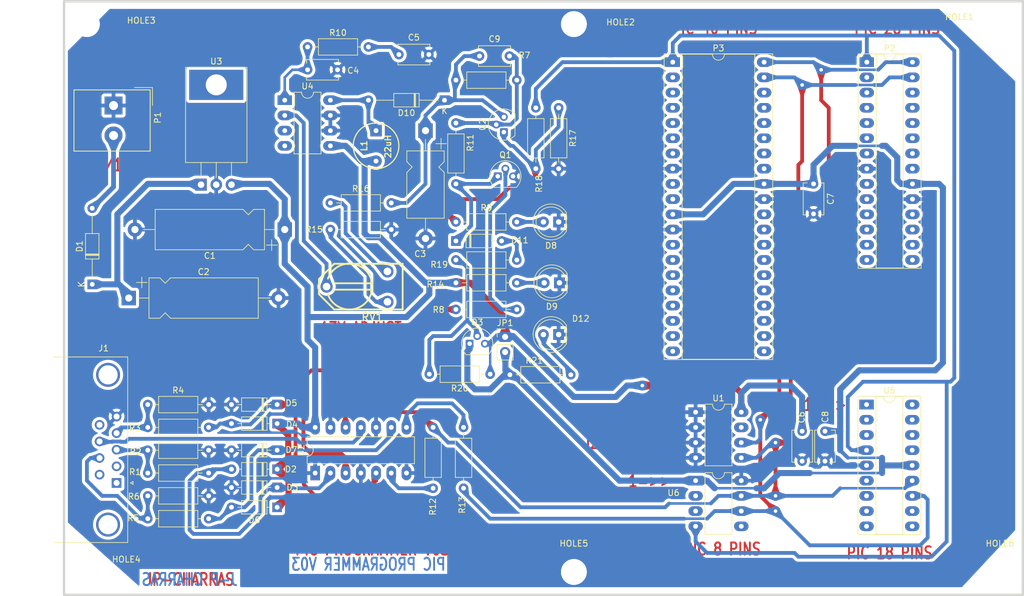
<source format=kicad_pcb>
(kicad_pcb (version 20241229) (generator "pcbnew") (generator_version "9.0")
  (title_block (title "SERIAL PIC PROGRAMMER"))
  (layers (0 "F.Cu" signal "top_copper") (2 "B.Cu" signal "bottom_copper") (13 "F.Paste" user) (15 "B.Paste" user) (5 "F.SilkS" user "F.Silkscreen") (7 "B.SilkS" user "B.Silkscreen") (1 "F.Mask" user) (3 "B.Mask" user) (25 "Edge.Cuts" user))
  (net 0 "")
  (net 1 "Net-(D1-K)")
  (net 2 "Net-(U4-Vc)")
  (net 3 "GND")
  (net 4 "VCC")
  (net 5 "VPP")
  (net 6 "VCC_PIC")
  (net 7 "Net-(Q2-B)")
  (net 8 "/pic_programmer/PC-CLOCK-OUT")
  (net 9 "VPP-MCLR")
  (net 10 "CLOCK-RB6")
  (net 11 "DATA-RB7")
  (net 12 "Net-(D1-A)")
  (net 13 "Net-(D2-A)")
  (net 14 "Net-(C5-Pad1)")
  (net 15 "Net-(D4-A)")
  (net 16 "Net-(D6-A)")
  (net 17 "Net-(D8-A)")
  (net 18 "Net-(D9-A)")
  (net 19 "Net-(D10-A)")
  (net 20 "Net-(D11-K)")
  (net 21 "Net-(D11-A)")
  (net 22 "Net-(D12-A)")
  (net 25 "Net-(R8-Pad1)")
  (net 26 "Net-(R12-Pad1)")
  (net 27 "Net-(R13-Pad1)")
  (net 28 "Net-(R15-Pad1)")
  (net 29 "Net-(R16-Pad1)")
  (net 30 "Net-(Q1-B)")
  (net 31 "Net-(Q2-C)")
  (net 32 "/pic_programmer/VPP_ON")
  (net 33 "/pic_programmer/PC-DATA-OUT")
  (net 34 "/pic_programmer/PC-DATA-IN")
  (net 37 "Net-(Q3-B)")
  (net 38 "Net-(U4-FB+)")
  (footprint "pic_programmer_fp:DIP-40_W15.24mm_Socket_LongPads" (layer "F.Cu") (at 175.26 50.8)
    (property "Reference" "P3")
    (property "Value" "SUPP40")
  )
  (footprint "pic_programmer_fp:MountingHole_4.3mm_M4_DIN965" (layer "F.Cu") (at 229.87 44.45)
    (property "Reference" "HOLE1")
    (property "Value" "P***")
  )
  (footprint "pic_programmer_fp:MountingHole_4.3mm_M4_DIN965" (layer "F.Cu") (at 229.87 135.89)
    (property "Reference" "HOLE6")
    (property "Value" "P***")
  )
  (footprint "pic_programmer_fp:MountingHole_4.3mm_M4_DIN965" (layer "F.Cu") (at 77.47 44.45)
    (property "Reference" "HOLE3")
    (property "Value" "P***")
  )
  (footprint "pic_programmer_fp:MountingHole_4.3mm_M4_DIN965" (layer "F.Cu") (at 77.47 135.89)
    (property "Reference" "HOLE4")
    (property "Value" "P***")
  )
  (footprint "pic_programmer_fp:MountingHole_4.3mm_M4_DIN965" (layer "F.Cu") (at 158.75 135.89)
    (property "Reference" "HOLE5")
    (property "Value" "P***")
  )
  (footprint "pic_programmer_fp:MountingHole_4.3mm_M4_DIN965" (layer "F.Cu") (at 158.75 44.45)
    (property "Reference" "HOLE2")
    (property "Value" "P***")
  )
  (footprint "pic_programmer_fp:DIP-28_W7.62mm_Socket_LongPads" (layer "F.Cu") (at 207.645 50.8)
    (property "Reference" "P2")
    (property "Value" "SUPP28")
  )
  (footprint "pic_programmer_fp:CP_Axial_L18.0mm_D6.5mm_P25.00mm_Horizontal" (layer "F.Cu") (at 110.49 78.74 180)
    (property "Reference" "C1")
    (property "Value" "100uF")
  )
  (footprint "pic_programmer_fp:CP_Axial_L18.0mm_D6.5mm_P25.00mm_Horizontal" (layer "F.Cu") (at 84.455 90.17)
    (property "Reference" "C2")
    (property "Value" "220uF")
  )
  (footprint "pic_programmer_fp:CP_Axial_L11.0mm_D6.0mm_P18.00mm_Horizontal" (layer "F.Cu") (at 133.985 62.23 -90)
    (property "Reference" "C3")
    (property "Value" "22uF/25V")
  )
  (footprint "pic_programmer_fp:C_Disc_D5.1mm_W3.2mm_P5.00mm" (layer "F.Cu") (at 114.3 52.07)
    (property "Reference" "C4")
    (property "Value" "0")
  )
  (footprint "pic_programmer_fp:C_Disc_D5.1mm_W3.2mm_P5.00mm" (layer "F.Cu") (at 129.54 49.53)
    (property "Reference" "C5")
    (property "Value" "10nF")
  )
  (footprint "pic_programmer_fp:C_Disc_D5.1mm_W3.2mm_P5.00mm" (layer "F.Cu") (at 196.85 112.395 -90)
    (property "Reference" "C6")
    (property "Value" "100nF")
  )
  (footprint "pic_programmer_fp:C_Disc_D5.1mm_W3.2mm_P5.00mm" (layer "F.Cu") (at 198.755 71.12 -90)
    (property "Reference" "C7")
    (property "Value" "100nF")
  )
  (footprint "pic_programmer_fp:C_Disc_D5.1mm_W3.2mm_P5.00mm" (layer "F.Cu") (at 200.66 112.395 -90)
    (property "Reference" "C8")
    (property "Value" "100nF")
  )
  (footprint "pic_programmer_fp:C_Disc_D5.1mm_W3.2mm_P5.00mm" (layer "F.Cu") (at 143.002 49.784)
    (property "Reference" "C9")
    (property "Value" "22OnF")
  )
  (footprint "pic_programmer_fp:D_DO-35_SOD27_P12.70mm_Horizontal" (layer "F.Cu") (at 78.359 87.884 90)
    (property "Reference" "D1")
    (property "Value" "1N4004")
  )
  (footprint "pic_programmer_fp:D_DO-35_SOD27_P7.62mm_Horizontal" (layer "F.Cu") (at 109.22 118.745 180)
    (property "Reference" "D2")
    (property "Value" "BAT43")
  )
  (footprint "pic_programmer_fp:D_DO-35_SOD27_P7.62mm_Horizontal" (layer "F.Cu") (at 109.22 121.793 180)
    (property "Reference" "D3")
    (property "Value" "BAT43")
  )
  (footprint "pic_programmer_fp:D_DO-35_SOD27_P7.62mm_Horizontal" (layer "F.Cu") (at 109.22 111.125 180)
    (property "Reference" "D4")
    (property "Value" "BAT43")
  )
  (footprint "pic_programmer_fp:D_DO-35_SOD27_P7.62mm_Horizontal" (layer "F.Cu") (at 109.22 107.95 180)
    (property "Reference" "D5")
    (property "Value" "BAT43")
  )
  (footprint "pic_programmer_fp:D_DO-35_SOD27_P7.62mm_Horizontal" (layer "F.Cu") (at 109.22 125.095 180)
    (property "Reference" "D6")
    (property "Value" "BAT43")
  )
  (footprint "pic_programmer_fp:D_DO-35_SOD27_P7.62mm_Horizontal" (layer "F.Cu") (at 109.22 115.57 180)
    (property "Reference" "D7")
    (property "Value" "BAT43")
  )
  (footprint "pic_programmer_fp:LED_D5.0mm" (layer "F.Cu") (at 156.21 77.47 180)
    (property "Reference" "D8")
    (property "Value" "RED-LED")
  )
  (footprint "pic_programmer_fp:LED_D5.0mm" (layer "F.Cu") (at 156.337 87.63 180)
    (property "Reference" "D9")
    (property "Value" "GREEN-LED")
  )
  (footprint "pic_programmer_fp:D_DO-35_SOD27_P12.70mm_Horizontal" (layer "F.Cu") (at 137.16 57.15 180)
    (property "Reference" "D10")
    (property "Value" "SCHOTTKY")
  )
  (footprint "pic_programmer_fp:D_DO-35_SOD27_P7.62mm_Horizontal" (layer "F.Cu") (at 139.065 80.645)
    (property "Reference" "D11")
    (property "Value" "BAT43")
  )
  (footprint "pic_programmer_fp:LED_D5.0mm" (layer "F.Cu") (at 156.21 96.266 180)
    (property "Reference" "D12")
    (property "Value" "YELLOW-LED")
  )
  (footprint "pic_programmer_fp:DSUB-9_Female_Horizontal_P2.77x2.84mm_EdgePinOffset7.70mm_Housed_MountingHolesOffset9.12mm" (layer "F.Cu") (at 82.423 121.031 -90)
    (property "Reference" "J1")
    (property "Value" "DB9-FEMAL")
  )
  (footprint "pic_programmer_fp:PinHeader_1x02_P2.54mm_Vertical" (layer "F.Cu") (at 147.275 96.65)
    (property "Reference" "JP1")
    (property "Value" "JUMPER")
  )
  (footprint "pic_programmer_fp:INDUCTOR_V" (layer "F.Cu") (at 125.73 64.77 -90)
    (property "Reference" "L1")
    (property "Value" "22uH")
  )
  (footprint "pic_programmer_fp:Altech_AK300_1x02_P5.00mm_45-Degree" (layer "F.Cu") (at 81.915 58.039 -90)
    (property "Reference" "P1")
    (property "Value" "CONN_2")
  )
  (footprint "pic_programmer_fp:TO-92" (layer "F.Cu") (at 146.05 69.85)
    (property "Reference" "Q1")
    (property "Value" "BC237")
  )
  (footprint "pic_programmer_fp:TO-92" (layer "F.Cu") (at 147.066 62.484 90)
    (property "Reference" "Q2")
    (property "Value" "BC307")
  )
  (footprint "pic_programmer_fp:TO-92" (layer "F.Cu") (at 141.351 97.79)
    (property "Reference" "Q3")
    (property "Value" "BC307")
  )
  (footprint "pic_programmer_fp:R_Axial_DIN0207_L6.3mm_D2.5mm_P10.16mm_Horizontal" (layer "F.Cu") (at 87.63 115.57)
    (property "Reference" "R2")
    (property "Value" "10K")
  )
  (footprint "pic_programmer_fp:R_Axial_DIN0207_L6.3mm_D2.5mm_P10.16mm_Horizontal" (layer "F.Cu") (at 87.63 111.76)
    (property "Reference" "R3")
    (property "Value" "10K")
  )
  (footprint "pic_programmer_fp:R_Axial_DIN0207_L6.3mm_D2.5mm_P10.16mm_Horizontal" (layer "F.Cu") (at 87.63 107.95)
    (property "Reference" "R4")
    (property "Value" "10K")
  )
  (footprint "pic_programmer_fp:R_Axial_DIN0207_L6.3mm_D2.5mm_P10.16mm_Horizontal" (layer "F.Cu") (at 87.63 127)
    (property "Reference" "R5")
    (property "Value" "10K")
  )
  (footprint "pic_programmer_fp:R_Axial_DIN0207_L6.3mm_D2.5mm_P10.16mm_Horizontal" (layer "F.Cu") (at 87.63 123.19)
    (property "Reference" "R6")
    (property "Value" "10K")
  )
  (footprint "pic_programmer_fp:R_Axial_DIN0207_L6.3mm_D2.5mm_P10.16mm_Horizontal" (layer "F.Cu") (at 139.065 53.7972)
    (property "Reference" "R7")
    (property "Value" "10K")
  )
  (footprint "pic_programmer_fp:R_Axial_DIN0207_L6.3mm_D2.5mm_P10.16mm_Horizontal" (layer "F.Cu") (at 139.065 92.075)
    (property "Reference" "R8")
    (property "Value" "1K")
  )
  (footprint "pic_programmer_fp:R_Axial_DIN0207_L6.3mm_D2.5mm_P10.16mm_Horizontal" (layer "F.Cu") (at 139.065 77.47)
    (property "Reference" "R9")
    (property "Value" "2.2K")
  )
  (footprint "pic_programmer_fp:R_Axial_DIN0207_L6.3mm_D2.5mm_P10.16mm_Horizontal" (layer "F.Cu") (at 114.3 48.26)
    (property "Reference" "R10")
    (property "Value" "5.1K")
  )
  (footprint "pic_programmer_fp:R_Axial_DIN0207_L6.3mm_D2.5mm_P10.16mm_Horizontal" (layer "F.Cu") (at 139.065 71.12 90)
    (property "Reference" "R11")
    (property "Value" "22K")
  )
  (footprint "pic_programmer_fp:R_Axial_DIN0207_L6.3mm_D2.5mm_P10.16mm_Horizontal" (layer "F.Cu") (at 135.255 121.92 90)
    (property "Reference" "R12")
    (property "Value" "470")
  )
  (footprint "pic_programmer_fp:R_Axial_DIN0207_L6.3mm_D2.5mm_P10.16mm_Horizontal" (layer "F.Cu") (at 140.335 111.76 -90)
    (property "Reference" "R13")
    (property "Value" "470")
  )
  (footprint "pic_programmer_fp:R_Axial_DIN0207_L6.3mm_D2.5mm_P10.16mm_Horizontal" (layer "F.Cu") (at 139.065 87.63)
    (property "Reference" "R14")
    (property "Value" "470")
  )
  (footprint "pic_programmer_fp:R_Axial_DIN0207_L6.3mm_D2.5mm_P10.16mm_Horizontal" (layer "F.Cu") (at 118.11 78.74)
    (property "Reference" "R15")
    (property "Value" "6.2K")
  )
  (footprint "pic_programmer_fp:R_Axial_DIN0207_L6.3mm_D2.5mm_P10.16mm_Horizontal" (layer "F.Cu") (at 156.21 58.42 -90)
    (property "Reference" "R17")
    (property "Value" "22K")
  )
  (footprint "pic_programmer_fp:R_Axial_DIN0207_L6.3mm_D2.5mm_P10.16mm_Horizontal" (layer "F.Cu") (at 152.4 68.58 90)
    (property "Reference" "R18")
    (property "Value" "220")
  )
  (footprint "pic_programmer_fp:R_Axial_DIN0207_L6.3mm_D2.5mm_P10.16mm_Horizontal" (layer "F.Cu") (at 149.225 83.82 180)
    (property "Reference" "R19")
    (property "Value" "2.2K")
  )
  (footprint "pic_programmer_fp:R_Axial_DIN0207_L6.3mm_D2.5mm_P10.16mm_Horizontal" (layer "F.Cu") (at 148.075 102.975)
    (property "Reference" "R21")
    (property "Value" "470")
  )
  (footprint "pic_programmer_fp:RV2X4" (layer "F.Cu") (at 127.635 90.805 180)
    (property "Reference" "RV1")
    (property "Value" "1K")
  )
  (footprint "pic_programmer_fp:DIP-8_W7.62mm_LongPads" (layer "F.Cu") (at 179.07 109.22)
    (property "Reference" "U1")
    (property "Value" "24Cxx")
  )
  (footprint "pic_programmer_fp:DIP-14_W7.62mm_LongPads" (layer "F.Cu") (at 115.57 119.38 90)
    (property "Reference" "U2")
    (property "Value" "74HC125")
  )
  (footprint "pic_programmer_fp:TO-220-3_Horizontal_TabDown" (layer "F.Cu") (at 96.52 71.247)
    (property "Reference" "U3")
    (property "Value" "7805")
  )
  (footprint "pic_programmer_fp:DIP-8_W7.62mm_LongPads" (layer "F.Cu") (at 110.49 57.15)
    (property "Reference" "U4")
    (property "Value" "LT1373")
  )
  (footprint "pic_programmer_fp:DIP-18_W7.62mm_Socket_LongPads" (layer "F.Cu") (at 207.6 107.95)
    (property "Reference" "U5")
    (property "Value" "PIC_18_PINS")
  )
  (footprint "pic_programmer_fp:DIP-8_W7.62mm_LongPads" (layer "F.Cu") (at 179.07 120.65)
    (property "Reference" "U6")
    (property "Value" "PIC_8_PINS")
  )
  (footprint "pic_programmer_fp:R_Axial_DIN0207_L6.3mm_D2.5mm_P10.16mm_Horizontal" (layer "F.Cu") (at 87.63 119.38)
    (property "Reference" "R1")
    (property "Value" "10K")
  )
  (footprint "pic_programmer_fp:R_Axial_DIN0207_L6.3mm_D2.5mm_P10.16mm_Horizontal" (layer "F.Cu") (at 144.775 102.875 180)
    (property "Reference" "R20")
    (property "Value" "2.2K")
  )
  (footprint "pic_programmer_fp:R_Axial_DIN0207_L6.3mm_D2.5mm_P10.16mm_Horizontal" (layer "F.Cu") (at 118.11 74.295)
    (property "Reference" "R16")
    (property "Value" "62K")
  )
  (gr_line (start 173.99 40.64) (end 233.68 40.64) (stroke (width 0.381)) (layer "Edge.Cuts"))
  (gr_line (start 233.68 139.7) (end 73.66 139.7) (stroke (width 0.381)) (layer "Edge.Cuts"))
  (gr_line (start 73.66 40.64) (end 173.99 40.64) (stroke (width 0.381)) (layer "Edge.Cuts"))
  (gr_line (start 73.66 139.7) (end 73.66 40.64) (stroke (width 0.381)) (layer "Edge.Cuts"))
  (gr_line (start 233.68 40.64) (end 233.68 139.7) (stroke (width 0.381)) (layer "Edge.Cuts"))
  (gr_text "PIC 28 PINS" (at 212.725 45.085 0) (layer "F.Cu") (effects (font (size 2.032 1.524) (thickness 0.3048))))
  (gr_text "PIC 8 PINS" (at 183.515 132.08 0) (layer "F.Cu") (effects (font (size 2.032 1.524) (thickness 0.3048))))
  (gr_text "VCC ON" (at 163.322 96.901 0) (layer "F.Cu") (effects (font (size 2.032 1.524) (thickness 0.3048))))
  (gr_text "PIC PROGRAMMER V03" (at 125.095 132.08 0) (layer "F.Cu") (effects (font (size 2.032 1.524) (thickness 0.3048))))
  (gr_text "1=>>" (at 167.64 48.895 0) (layer "F.Cu") (effects (font (size 2.032 1.524) (thickness 0.3048))))
  (gr_text "PIC 40 PINS" (at 182.245 45.085 0) (layer "F.Cu") (effects (font (size 2.032 1.524) (thickness 0.3048))))
  (gr_text "1=>>" (at 171.45 109.22 0) (layer "F.Cu") (effects (font (size 2.032 1.524) (thickness 0.3048))))
  (gr_text "VPP ON" (at 163.449 76.835 0) (layer "F.Cu") (effects (font (size 2.032 1.524) (thickness 0.3048))))
  (gr_text "1=>>" (at 201.295 48.895 0) (layer "F.Cu") (effects (font (size 2.032 1.524) (thickness 0.3048))))
  (gr_text "JP-CHARRAS" (at 94.615 137.16 0) (layer "F.Cu") (effects (font (size 2.032 1.524) (thickness 0.3048))))
  (gr_text "I2C PROM" (at 166.37 114.3 0) (layer "F.Cu") (effects (font (size 2.032 1.524) (thickness 0.3048))))
  (gr_text "+8/12V" (at 81.534 67.945 0) (layer "F.Cu") (effects (font (size 2.032 1.524) (thickness 0.3048))))
  (gr_text "PIC 18 PINS" (at 211.455 132.715 0) (layer "F.Cu") (effects (font (size 2.032 1.524) (thickness 0.3048))))
  (gr_text "PWR ON" (at 163.449 88.011 0) (layer "F.Cu") (effects (font (size 2.032 1.524) (thickness 0.3048))))
  (gr_text "13V ADJUST" (at 123.19 95.25 0) (layer "F.Cu") (effects (font (size 2.032 1.524) (thickness 0.3048))))
  (gr_text "1=>>" (at 171.45 120.65 0) (layer "F.Cu") (effects (font (size 2.032 1.524) (thickness 0.3048))))
  (gr_text "1=>>" (at 200.66 107.95 0) (layer "F.Cu") (effects (font (size 2.032 1.524) (thickness 0.3048))))
  (gr_text "PIC PROGRAMMER V03" (at 124.46 134.62 0) (layer "B.Cu") (effects (font (size 2.032 1.524) (thickness 0.3048)) (justify mirror)))
  (gr_text "J-P CHARRAS" (at 94.615 137.16 0) (layer "B.Cu") (effects (font (size 2.032 1.524) (thickness 0.3048)) (justify mirror)))
  (segment (start 82.55 76.2) (end 87.63 71.12) (width 1.016) (layer "B.Cu") (net 1))
  (segment (start 82.296 87.884) (end 78.359 87.884) (width 1.016) (layer "B.Cu") (net 1))
  (segment (start 82.55 87.63) (end 82.55 76.2) (width 1.016) (layer "B.Cu") (net 1))
  (segment (start 84.455 89.535) (end 82.55 87.63) (width 1.016) (layer "B.Cu") (net 1))
  (segment (start 87.63 71.12) (end 96.52 71.12) (width 1.016) (layer "B.Cu") (net 1))
  (segment (start 82.55 87.63) (end 82.296 87.884) (width 1.016) (layer "B.Cu") (net 1))
  (segment (start 84.455 90.17) (end 84.455 89.535) (width 1.016) (layer "B.Cu") (net 1))
  (segment (start 114.3 48.26) (end 114.3 52.07) (width 0.635) (layer "B.Cu") (net 2))
  (segment (start 110.49 57.15) (end 110.49 53.34) (width 0.4318) (layer "B.Cu") (net 2))
  (segment (start 111.76 52.07) (end 114.3 52.07) (width 0.4318) (layer "B.Cu") (net 2))
  (segment (start 110.49 53.34) (end 111.76 52.07) (width 0.4318) (layer "B.Cu") (net 2))
  (segment (start 111.0742 116.8908) (end 109.22 118.745) (width 1.016) (layer "F.Cu") (net 4))
  (segment (start 139.065 87.63) (end 141.478 87.63) (width 1.016) (layer "F.Cu") (net 4))
  (segment (start 141.478 87.63) (end 147.32 93.472) (width 1.016) (layer "F.Cu") (net 4))
  (segment (start 111.125 120.65) (end 111.125 123.19) (width 1.016) (layer "F.Cu") (net 4))
  (segment (start 185.42 104.775) (end 186.69 106.045) (width 1.016) (layer "F.Cu") (net 4))
  (segment (start 147.32 93.472) (end 147.32 96.52) (width 1.016) (layer "F.Cu") (net 4))
  (segment (start 111.0742 113.0808) (end 111.0742 116.8908) (width 1.016) (layer "F.Cu") (net 4))
  (segment (start 110.49 112.395) (end 110.49 112.4966) (width 1.016) (layer "F.Cu") (net 4))
  (segment (start 110.49 112.4966) (end 111.0742 113.0808) (width 1.016) (layer "F.Cu") (net 4))
  (segment (start 109.22 118.745) (end 111.125 120.65) (width 1.016) (layer "F.Cu") (net 4))
  (segment (start 186.69 106.045) (end 186.69 109.22) (width 1.016) (layer "F.Cu") (net 4))
  (segment (start 111.125 123.19) (end 109.855 124.46) (width 1.016) (layer "F.Cu") (net 4))
  (segment (start 170.18 104.775) (end 185.42 104.775) (width 1.016) (layer "F.Cu") (net 4))
  (segment (start 109.22 111.125) (end 110.49 112.395) (width 1.016) (layer "F.Cu") (net 4))
  (via (at 170.18 104.775) (size 1.651) (drill 0.6) (layers "F.Cu" "B.Cu") (net 4))
  (segment (start 123.19 67.31) (end 120.65 64.77) (width 1.016) (layer "B.Cu") (net 4))
  (segment (start 101.6 71.12) (end 107.95 71.12) (width 1.016) (layer "B.Cu") (net 4))
  (segment (start 134.62 89.535) (end 134.62 87.63) (width 1.016) (layer "B.Cu") (net 4))
  (segment (start 123.825 67.31) (end 123.19 67.31) (width 1.016) (layer "B.Cu") (net 4))
  (segment (start 147.32 96.52) (end 146.05 96.52) (width 1.016) (layer "B.Cu") (net 4))
  (segment (start 158.75 106.68) (end 165.735 106.68) (width 1.016) (layer "B.Cu") (net 4))
  (segment (start 126.365 80.01) (end 124.46 80.01) (width 1.016) (layer "B.Cu") (net 4))
  (segment (start 118.11 64.77) (end 120.65 64.77) (width 1.016) (layer "B.Cu") (net 4))
  (segment (start 114.3 93.345) (end 114.3 97.155) (width 1.016) (layer "B.Cu") (net 4))
  (segment (start 114.3 93.345) (end 130.81 93.345) (width 1.016) (layer "B.Cu") (net 4))
  (segment (start 114.3 97.155) (end 115.57 98.425) (width 1.016) (layer "B.Cu") (net 4))
  (segment (start 186.69 106.045) (end 187.96 104.775) (width 1.016) (layer "B.Cu") (net 4))
  (segment (start 115.57 98.425) (end 115.57 111.76) (width 1.016) (layer "B.Cu") (net 4))
  (segment (start 130.81 93.345) (end 134.62 89.535) (width 1.016) (layer "B.Cu") (net 4))
  (segment (start 165.735 106.68) (end 167.64 104.775) (width 1.016) (layer "B.Cu") (net 4))
  (segment (start 148.59 96.52) (end 158.75 106.68) (width 1.016) (layer "B.Cu") (net 4))
  (segment (start 124.46 80.01) (end 123.825 79.375) (width 1.016) (layer "B.Cu") (net 4))
  (segment (start 113.3856 111.76) (end 115.57 111.76) (width 1.016) (layer "B.Cu") (net 4))
  (segment (start 196.85 112.395) (end 196.85 106.68) (width 1.016) (layer "B.Cu") (net 4))
  (segment (start 134.62 87.63) (end 133.985 87.63) (width 1.016) (layer "B.Cu") (net 4))
  (segment (start 146.05 96.52) (end 144.78 97.79) (width 1.016) (layer "B.Cu") (net 4))
  (segment (start 144.78 97.79) (end 143.891 97.79) (width 1.016) (layer "B.Cu") (net 4))
  (segment (start 109.22 111.125) (end 112.7506 111.125) (width 1.016) (layer "B.Cu") (net 4))
  (segment (start 125.73 67.31) (end 123.825 67.31) (width 1.016) (layer "B.Cu") (net 4))
  (segment (start 167.64 104.775) (end 170.18 104.775) (width 1.016) (layer "B.Cu") (net 4))
  (segment (start 144.775 102.875) (end 144.78 102.87) (width 0.4) (layer "B.Cu") (net 4))
  (segment (start 139.065 87.63) (end 134.62 87.63) (width 1.016) (layer "B.Cu") (net 4))
  (segment (start 114.3 88.265) (end 114.3 93.345) (width 1.016) (layer "B.Cu") (net 4))
  (segment (start 110.49 73.66) (end 107.95 71.12) (width 1.016) (layer "B.Cu") (net 4))
  (segment (start 196.85 106.68) (end 194.945 104.775) (width 1.016) (layer "B.Cu") (net 4))
  (segment (start 144.78 102.87) (end 144.78 97.79) (width 0.4) (layer "B.Cu") (net 4))
  (segment (start 147.32 96.52) (end 148.59 96.52) (width 1.016) (layer "B.Cu") (net 4))
  (segment (start 186.69 109.22) (end 186.69 106.045) (width 1.016) (layer "B.Cu") (net 4))
  (segment (start 112.7506 111.125) (end 113.3856 111.76) (width 1.016) (layer "B.Cu") (net 4))
  (segment (start 133.985 87.63) (end 126.365 80.01) (width 1.016) (layer "B.Cu") (net 4))
  (segment (start 187.96 104.775) (end 194.945 104.775) (width 1.016) (layer "B.Cu") (net 4))
  (segment (start 123.825 79.375) (end 123.825 67.31) (width 1.016) (layer "B.Cu") (net 4))
  (segment (start 110.49 78.74) (end 110.49 73.66) (width 1.016) (layer "B.Cu") (net 4))
  (segment (start 110.49 84.455) (end 114.3 88.265) (width 1.016) (layer "B.Cu") (net 4))
  (segment (start 110.49 78.74) (end 110.49 84.455) (width 1.016) (layer "B.Cu") (net 4))
  (segment (start 138.8872 53.975) (end 139.065 53.7972) (width 0.635) (layer "B.Cu") (net 5))
  (segment (start 138.8872 57.15) (end 138.8872 53.975) (width 0.635) (layer "B.Cu") (net 5))
  (segment (start 137.16 57.15) (end 138.8872 57.15) (width 0.635) (layer "B.Cu") (net 5))
  (segment (start 130.81 74.295) (end 128.27 74.295) (width 0.635) (layer "B.Cu") (net 5))
  (segment (start 133.985 62.23) (end 133.985 71.12) (width 0.635) (layer "B.Cu") (net 5))
  (segment (start 138.8872 57.15) (end 143.51 57.15) (width 0.635) (layer "B.Cu") (net 5))
  (segment (start 133.985 62.23) (end 133.985 59.69) (width 0.635) (layer "B.Cu") (net 5))
  (segment (start 136.525 57.15) (end 137.16 57.15) (width 0.635) (layer "B.Cu") (net 5))
  (segment (start 133.985 71.12) (end 130.81 74.295) (width 0.635) (layer "B.Cu") (net 5))
  (segment (start 139.065 51.181) (end 140.462 49.784) (width 0.635) (layer "B.Cu") (net 5))
  (segment (start 139.065 53.7972) (end 139.065 51.181) (width 0.635) (layer "B.Cu") (net 5))
  (segment (start 143.51 57.15) (end 147.066 59.944) (width 0.635) (layer "B.Cu") (net 5))
  (segment (start 136.525 57.15) (end 133.985 59.69) (width 0.635) (layer "B.Cu") (net 5))
  (segment (start 140.462 49.784) (end 143.002 49.784) (width 0.635) (layer "B.Cu") (net 5))
  (segment (start 190.5 121.92) (end 193.04 119.38) (width 1.016) (layer "B.Cu") (net 6))
  (segment (start 204.47 116.84) (end 210.185 116.84) (width 0.4318) (layer "B.Cu") (net 6))
  (segment (start 179.07 120.65) (end 166.37 120.65) (width 1.016) (layer "B.Cu") (net 6))
  (segment (start 219.075 102.235) (end 220.345 100.965) (width 1.016) (layer "B.Cu") (net 6))
  (segment (start 147.32 102.22) (end 148.075 102.975) (width 1.016) (layer "B.Cu") (net 6))
  (segment (start 175.26 76.2) (end 180.34 76.2) (width 1.016) (layer "B.Cu") (net 6))
  (segment (start 140.97 104.14) (end 140.97 99.06) (width 1.016) (layer "B.Cu") (net 6))
  (segment (start 148.075 102.975) (end 147.215 102.975) (width 1.016) (layer "B.Cu") (net 6))
  (segment (start 166.37 120.65) (end 148.695 102.975) (width 1.016) (layer "B.Cu") (net 6))
  (segment (start 185.42 71.12) (end 190.5 71.12) (width 1.016) (layer "B.Cu") (net 6))
  (segment (start 210.185 119.38) (end 210.185 118.11) (width 1.016) (layer "B.Cu") (net 6))
  (segment (start 198.12 119.38) (end 210.185 119.38) (width 0.4318) (layer "B.Cu") (net 6))
  (segment (start 203.2 105.41) (end 203.2 112.395) (width 1.016) (layer "B.Cu") (net 6))
  (segment (start 140.97 99.06) (end 141.351 98.679) (width 1.016) (layer "B.Cu") (net 6))
  (segment (start 201.93 64.77) (end 205.74 64.77) (width 1.016) (layer "B.Cu") (net 6))
  (segment (start 179.07 120.65) (end 180.975 120.65) (width 1.016) (layer "B.Cu") (net 6))
  (segment (start 220.345 100.965) (end 220.345 71.755) (width 1.016) (layer "B.Cu") (net 6))
  (segment (start 212.725 70.485) (end 213.36 71.12) (width 1.016) (layer "B.Cu") (net 6))
  (segment (start 213.36 71.12) (end 215.265 71.12) (width 1.016) (layer "B.Cu") (net 6))
  (segment (start 189.23 121.92) (end 190.5 121.92) (width 1.016) (layer "B.Cu") (net 6))
  (segment (start 219.71 71.12) (end 215.265 71.12) (width 1.016) (layer "B.Cu") (net 6))
  (segment (start 203.2 112.395) (end 203.2 115.57) (width 1.016) (layer "B.Cu") (net 6))
  (segment (start 203.2 105.41) (end 206.375 102.235) (width 1.016) (layer "B.Cu") (net 6))
  (segment (start 142.24 105.41) (end 140.97 104.14) (width 1.016) (layer "B.Cu") (net 6))
  (segment (start 210.185 118.11) (end 210.185 116.84) (width 1.016) (layer "B.Cu") (net 6))
  (segment (start 141.351 98.679) (end 141.351 97.79) (width 1.016) (layer "B.Cu") (net 6))
  (segment (start 147.32 99.06) (end 147.32 102.22) (width 1.016) (layer "B.Cu") (net 6))
  (segment (start 200.66 112.395) (end 203.2 112.395) (width 1.016) (layer "B.Cu") (net 6))
  (segment (start 210.185 64.77) (end 210.82 64.77) (width 1.016) (layer "B.Cu") (net 6))
  (segment (start 210.82 64.77) (end 212.725 66.675) (width 1.016) (layer "B.Cu") (net 6))
  (segment (start 190.5 71.12) (end 198.755 71.12) (width 1.016) (layer "B.Cu") (net 6))
  (segment (start 198.755 71.12) (end 198.755 67.945) (width 1.016) (layer "B.Cu") (net 6))
  (segment (start 206.375 102.235) (end 219.075 102.235) (width 1.016) (layer "B.Cu") (net 6))
  (segment (start 198.755 67.945) (end 201.93 64.77) (width 1.016) (layer "B.Cu") (net 6))
  (segment (start 144.78 105.41) (end 142.24 105.41) (width 1.016) (layer "B.Cu") (net 6))
  (segment (start 147.215 102.975) (end 144.78 105.41) (width 1.016) (layer "B.Cu") (net 6))
  (segment (start 205.74 64.77) (end 210.185 64.77) (width 0.4318) (layer "B.Cu") (net 6))
  (segment (start 182.245 121.92) (end 189.23 121.92) (width 0.4318) (layer "B.Cu") (net 6))
  (segment (start 193.04 119.38) (end 198.12 119.38) (width 1.016) (layer "B.Cu") (net 6))
  (segment (start 203.2 115.57) (end 204.47 116.84) (width 0.635) (layer "B.Cu") (net 6))
  (segment (start 212.725 66.675) (end 212.725 70.485) (width 1.016) (layer "B.Cu") (net 6))
  (segment (start 220.345 71.755) (end 219.71 71.12) (width 1.016) (layer "B.Cu") (net 6))
  (segment (start 148.695 102.975) (end 148.075 102.975) (width 1.016) (layer "B.Cu") (net 6))
  (segment (start 210.185 118.11) (end 215.265 118.11) (width 1.016) (layer "B.Cu") (net 6))
  (segment (start 180.975 120.65) (end 182.245 121.92) (width 1.016) (layer "B.Cu") (net 6))
  (segment (start 180.34 76.2) (end 185.42 71.12) (width 1.016) (layer "B.Cu") (net 6))
  (segment (start 145.542 60.96) (end 145.796 61.214) (width 0.635) (layer "B.Cu") (net 7))
  (segment (start 149.225 60.198) (end 148.209 61.214) (width 0.635) (layer "B.Cu") (net 7))
  (segment (start 149.225 50.165) (end 149.225 60.198) (width 0.635) (layer "B.Cu") (net 7))
  (segment (start 139.065 60.96) (end 145.542 60.96) (width 0.635) (layer "B.Cu") (net 7))
  (segment (start 148.082 49.784) (end 148.844 49.784) (width 0.635) (layer "B.Cu") (net 7))
  (segment (start 148.209 61.214) (end 145.796 61.214) (width 0.635) (layer "B.Cu") (net 7))
  (segment (start 148.844 49.784) (end 149.225 50.165) (width 0.635) (layer "B.Cu") (net 7))
  (segment (start 82.55 123.19) (end 80.01 123.19) (width 0.635) (layer "B.Cu") (net 8))
  (segment (start 80.01 123.19) (end 77.47 120.65) (width 0.635) (layer "B.Cu") (net 8))
  (segment (start 77.47 117.475) (end 78.105 116.84) (width 0.635) (layer "B.Cu") (net 8))
  (segment (start 87.63 127) (end 87.63 123.19) (width 0.635) (layer "B.Cu") (net 8))
  (segment (start 78.105 116.84) (end 80.01 116.84) (width 0.635) (layer "B.Cu") (net 8))
  (segment (start 77.47 120.65) (end 77.47 117.475) (width 0.635) (layer "B.Cu") (net 8))
  (segment (start 87.63 127) (end 86.36 127) (width 0.635) (layer "B.Cu") (net 8))
  (segment (start 86.36 127) (end 82.55 123.19) (width 0.635) (layer "B.Cu") (net 8))
  (segment (start 218.44 133.35) (end 220.98 130.81) (width 0.635) (layer "B.Cu") (net 9))
  (segment (start 207.645 46.355) (end 176.53 46.355) (width 0.635) (layer "B.Cu") (net 9))
  (segment (start 222.25 48.895) (end 219.71 46.355) (width 0.635) (layer "B.Cu") (net 9))
  (segment (start 221.615 104.14) (end 220.98 104.14) (width 0.635) (layer "B.Cu") (net 9))
  (segment (start 207.645 50.8) (end 207.645 46.355) (width 0.635) (layer "B.Cu") (net 9))
  (segment (start 205.105 115.57) (end 204.47 114.935) (width 0.635) (layer "B.Cu") (net 9))
  (segment (start 207.645 115.57) (end 205.105 115.57) (width 0.635) (layer "B.Cu") (net 9))
  (segment (start 156.845 50.8) (end 152.4 55.245) (width 0.635) (layer "B.Cu") (net 9))
  (segment (start 179.07 130.81) (end 179.07 128.27) (width 0.635) (layer "B.Cu") (net 9))
  (segment (start 221.615 104.14) (end 222.25 103.505) (width 0.635) (layer "B.Cu") (net 9))
  (segment (start 222.25 48.895) (end 222.25 103.505) (width 0.635) (layer "B.Cu") (net 9))
  (segment (start 175.26 47.625) (end 176.53 46.355) (width 0.635) (layer "B.Cu") (net 9))
  (segment (start 175.26 50.8) (end 175.26 47.625) (width 0.635) (layer "B.Cu") (net 9))
  (segment (start 220.98 130.81) (end 220.98 104.14) (width 0.635) (layer "B.Cu") (net 9))
  (segment (start 195.58 132.715) (end 196.215 133.35) (width 0.635) (layer "B.Cu") (net 9))
  (segment (start 152.4 55.245) (end 152.4 58.42) (width 0.635) (layer "B.Cu") (net 9))
  (segment (start 179.07 130.81) (end 180.975 132.715) (width 0.635) (layer "B.Cu") (net 9))
  (segment (start 156.845 50.8) (end 175.26 50.8) (width 0.635) (layer "B.Cu") (net 9))
  (segment (start 204.47 114.935) (end 204.47 106.68) (width 0.635) (layer "B.Cu") (net 9))
  (segment (start 219.71 46.355) (end 207.645 46.355) (width 0.635) (layer "B.Cu") (net 9))
  (segment (start 204.47 106.68) (end 207.01 104.14) (width 0.635) (layer "B.Cu") (net 9))
  (segment (start 196.215 133.35) (end 218.44 133.35) (width 0.635) (layer "B.Cu") (net 9))
  (segment (start 195.58 132.715) (end 180.975 132.715) (width 0.635) (layer "B.Cu") (net 9))
  (segment (start 207.01 104.14) (end 220.98 104.14) (width 0.635) (layer "B.Cu") (net 9))
  (segment (start 196.215 67.945) (end 196.85 67.31) (width 0.635) (layer "F.Cu") (net 10))
  (segment (start 189.865 123.19) (end 192.405 125.73) (width 0.635) (layer "F.Cu") (net 10))
  (segment (start 189.865 110.49) (end 189.865 123.19) (width 0.635) (layer "F.Cu") (net 10))
  (segment (start 196.85 67.31) (end 196.85 54.61) (width 0.635) (layer "F.Cu") (net 10))
  (segment (start 193.04 107.315) (end 193.04 75.565) (width 0.635) (layer "F.Cu") (net 10))
  (segment (start 196.215 72.39) (end 196.215 67.945) (width 0.635) (layer "F.Cu") (net 10))
  (segment (start 193.04 107.315) (end 189.865 110.49) (width 0.635) (layer "F.Cu") (net 10))
  (segment (start 193.04 75.565) (end 196.215 72.39) (width 0.635) (layer "F.Cu") (net 10))
  (via (at 189.865 110.49) (size 1.651) (drill 0.6) (layers "F.Cu" "B.Cu") (net 10))
  (via (at 192.405 125.73) (size 1.651) (drill 0.6) (layers "F.Cu" "B.Cu") (net 10))
  (via (at 196.85 54.61) (size 1.651) (drill 0.6) (layers "F.Cu" "B.Cu") (net 10))
  (segment (start 190.5 53.34) (end 195.58 53.34) (width 0.635) (layer "B.Cu") (net 10))
  (segment (start 217.17 123.19) (end 215.265 123.19) (width 0.635) (layer "B.Cu") (net 10))
  (segment (start 144.78 127) (end 177.165 127) (width 0.635) (layer "B.Cu") (net 10))
  (segment (start 177.165 127) (end 180.975 127) (width 0.4318) (layer "B.Cu") (net 10))
  (segment (start 182.245 125.73) (end 180.975 127) (width 0.635) (layer "B.Cu") (net 10))
  (segment (start 216.535 131.445) (end 217.805 130.175) (width 0.635) (layer "B.Cu") (net 10))
  (segment (start 182.245 125.73) (end 186.69 125.73) (width 0.635) (layer "B.Cu") (net 10))
  (segment (start 189.865 113.665) (end 189.23 114.3) (width 0.635) (layer "B.Cu") (net 10))
  (segment (start 211.455 53.34) (end 210.185 54.61) (width 0.635) (layer "B.Cu") (net 10))
  (segment (start 198.12 131.445) (end 216.535 131.445) (width 0.635) (layer "B.Cu") (net 10))
  (segment (start 205.74 54.61) (end 208.915 54.61) (width 0.4318) (layer "B.Cu") (net 10))
  (segment (start 196.85 54.61) (end 205.74 54.61) (width 0.635) (layer "B.Cu") (net 10))
  (segment (start 217.805 130.175) (end 217.805 123.825) (width 0.635) (layer "B.Cu") (net 10))
  (segment (start 210.185 54.61) (end 208.915 54.61) (width 0.635) (layer "B.Cu") (net 10))
  (segment (start 189.23 114.3) (end 186.69 114.3) (width 0.635) (layer "B.Cu") (net 10))
  (segment (start 211.455 53.34) (end 215.265 53.34) (width 0.635) (layer "B.Cu") (net 10))
  (segment (start 189.865 110.49) (end 189.865 113.665) (width 0.635) (layer "B.Cu") (net 10))
  (segment (start 140.335 122.555) (end 144.78 127) (width 0.635) (layer "B.Cu") (net 10))
  (segment (start 192.405 125.73) (end 198.12 131.445) (width 0.635) (layer "B.Cu") (net 10))
  (segment (start 195.58 53.34) (end 196.85 54.61) (width 0.635) (layer "B.Cu") (net 10))
  (segment (start 140.335 121.92) (end 140.335 122.555) (width 0.635) (layer "B.Cu") (net 10))
  (segment (start 186.69 125.73) (end 192.405 125.73) (width 0.635) (layer "B.Cu") (net 10))
  (segment (start 217.805 123.825) (end 217.17 123.19) (width 0.635) (layer "B.Cu") (net 10))
  (segment (start 120.65 109.855) (end 121.285 109.22) (width 0.635) (layer "F.Cu") (net 11))
  (segment (start 120.65 111.76) (end 120.65 109.855) (width 0.635) (layer "F.Cu") (net 11))
  (segment (start 201.295 85.09) (end 194.945 91.44) (width 0.635) (layer "F.Cu") (net 11))
  (segment (start 121.285 109.22) (end 132.715 109.22) (width 0.635) (layer "F.Cu") (net 11))
  (segment (start 192.405 114.3) (end 192.405 123.19) (width 0.635) (layer "F.Cu") (net 11))
  (segment (start 194.31 114.3) (end 192.405 114.3) (width 0.635) (layer "F.Cu") (net 11))
  (segment (start 194.945 113.665) (end 194.31 114.3) (width 0.635) (layer "F.Cu") (net 11))
  (segment (start 200.025 57.15) (end 200.025 52.07) (width 0.635) (layer "F.Cu") (net 11))
  (segment (start 200.025 57.15) (end 201.295 58.42) (width 0.635) (layer "F.Cu") (net 11))
  (segment (start 194.945 91.44) (end 194.945 113.665) (width 0.635) (layer "F.Cu") (net 11))
  (segment (start 201.295 58.42) (end 201.295 85.09) (width 0.635) (layer "F.Cu") (net 11))
  (segment (start 132.715 109.22) (end 135.255 111.76) (width 0.635) (layer "F.Cu") (net 11))
  (via (at 192.405 114.3) (size 1.651) (drill 0.6) (layers "F.Cu" "B.Cu") (net 11))
  (via (at 192.405 123.19) (size 1.651) (drill 0.6) (layers "F.Cu" "B.Cu") (net 11))
  (via (at 200.025 52.07) (size 1.651) (drill 0.6) (layers "F.Cu" "B.Cu") (net 11))
  (segment (start 135.255 111.76) (end 137.795 114.3) (width 0.635) (layer "B.Cu") (net 11))
  (segment (start 181.61 124.46) (end 182.88 123.19) (width 0.635) (layer "B.Cu") (net 11))
  (segment (start 189.23 116.84) (end 186.69 116.84) (width 0.635) (layer "B.Cu") (net 11))
  (segment (start 182.88 123.19) (end 186.69 123.19) (width 0.635) (layer "B.Cu") (net 11))
  (segment (start 209.55 52.07) (end 210.82 50.8) (width 0.635) (layer "B.Cu") (net 11))
  (segment (start 215.265 50.8) (end 210.82 50.8) (width 0.635) (layer "B.Cu") (net 11))
  (segment (start 149.86 125.095) (end 173.99 125.095) (width 0.635) (layer "B.Cu") (net 11))
  (segment (start 198.755 50.8) (end 200.025 52.07) (width 0.635) (layer "B.Cu") (net 11))
  (segment (start 192.405 114.3) (end 191.77 114.3) (width 0.635) (layer "B.Cu") (net 11))
  (segment (start 200.025 52.07) (end 205.74 52.07) (width 0.635) (layer "B.Cu") (net 11))
  (segment (start 173.99 125.095) (end 174.625 124.46) (width 0.635) (layer "B.Cu") (net 11))
  (segment (start 201.93 123.19) (end 203.2 121.92) (width 0.635) (layer "B.Cu") (net 11))
  (segment (start 190.5 50.8) (end 198.755 50.8) (width 0.635) (layer "B.Cu") (net 11))
  (segment (start 139.065 114.3) (end 149.86 125.095) (width 0.635) (layer "B.Cu") (net 11))
  (segment (start 186.69 123.19) (end 192.405 123.19) (width 0.635) (layer "B.Cu") (net 11))
  (segment (start 203.2 121.92) (end 213.995 121.92) (width 0.4318) (layer "B.Cu") (net 11))
  (segment (start 191.77 114.3) (end 189.23 116.84) (width 0.635) (layer "B.Cu") (net 11))
  (segment (start 174.625 124.46) (end 181.61 124.46) (width 0.4318) (layer "B.Cu") (net 11))
  (segment (start 137.795 114.3) (end 139.065 114.3) (width 0.635) (layer "B.Cu") (net 11))
  (segment (start 192.405 123.19) (end 201.93 123.19) (width 0.635) (layer "B.Cu") (net 11))
  (segment (start 205.74 52.07) (end 209.55 52.07) (width 0.4318) (layer "B.Cu") (net 11))
  (segment (start 213.995 121.92) (end 215.265 120.65) (width 0.635) (layer "B.Cu") (net 11))
  (segment (start 78.359 75.184) (end 81.915 71.628) (width 0.8) (layer "B.Cu") (net 12))
  (segment (start 81.915 71.628) (end 81.915 63.039) (width 0.8) (layer "B.Cu") (net 12))
  (segment (start 109.22 121.92) (end 116.205 121.92) (width 0.635) (layer "B.Cu") (net 13))
  (segment (start 95.25 129.54) (end 102.87 129.54) (width 0.635) (layer "B.Cu") (net 13))
  (segment (start 97.79 119.38) (end 98.425 118.745) (width 0.635) (layer "B.Cu") (net 13))
  (segment (start 94.615 120.65) (end 94.615 128.905) (width 0.635) (layer "B.Cu") (net 13))
  (segment (start 94.615 128.905) (end 95.25 129.54) (width 0.635) (layer "B.Cu") (net 13))
  (segment (start 106.426 125.984) (end 106.426 123.3932) (width 0.635) (layer "B.Cu") (net 13))
  (segment (start 98.425 118.745) (end 101.6 118.745) (width 0.635) (layer "B.Cu") (net 13))
  (segment (start 118.11 120.015) (end 118.11 119.38) (width 0.635) (layer "B.Cu") (net 13))
  (segment (start 95.885 119.38) (end 94.615 120.65) (width 0.635) (layer "B.Cu") (net 13))
  (segment (start 97.79 119.38) (end 95.885 119.38) (width 0.635) (layer "B.Cu") (net 13))
  (segment (start 107.8992 121.92) (end 109.22 121.92) (width 0.635) (layer "B.Cu") (net 13))
  (segment (start 116.205 121.92) (end 118.11 120.015) (width 0.635) (layer "B.Cu") (net 13))
  (segment (start 102.87 129.54) (end 106.426 125.984) (width 0.635) (layer "B.Cu") (net 13))
  (segment (start 106.426 123.3932) (end 107.8992 121.92) (width 0.635) (layer "B.Cu") (net 13))
  (segment (start 128.27 48.26) (end 129.54 49.53) (width 0.635) (layer "B.Cu") (net 14))
  (segment (start 124.46 48.26) (end 128.27 48.26) (width 0.635) (layer "B.Cu") (net 14))
  (segment (start 112.2934 117.3734) (end 113.665 118.745) (width 0.635) (layer "F.Cu") (net 15))
  (segment (start 125.73 120.65) (end 125.73 119.38) (width 0.635) (layer "F.Cu") (net 15))
  (segment (start 109.22 107.95) (end 111.125 107.95) (width 0.635) (layer "F.Cu") (net 15))
  (segment (start 111.125 107.95) (end 112.2934 109.1184) (width 0.635) (layer "F.Cu") (net 15))
  (segment (start 123.19 123.19) (end 125.73 120.65) (width 0.635) (layer "F.Cu") (net 15))
  (segment (start 112.2934 109.1184) (end 112.2934 117.3734) (width 0.635) (layer "F.Cu") (net 15))
  (segment (start 115.57 123.19) (end 123.19 123.19) (width 0.635) (layer "F.Cu") (net 15))
  (segment (start 113.665 118.745) (end 113.665 121.285) (width 0.635) (layer "F.Cu") (net 15))
  (segment (start 113.665 121.285) (end 115.57 123.19) (width 0.635) (layer "F.Cu") (net 15))
  (segment (start 107.95 107.95) (end 109.22 107.95) (width 0.635) (layer "B.Cu") (net 15))
  (segment (start 106.807 109.093) (end 107.95 107.95) (width 0.635) (layer "B.Cu") (net 15))
  (segment (start 106.807 109.22) (end 104.775 111.252) (width 0.635) (layer "B.Cu") (net 15))
  (segment (start 106.807 109.22) (end 106.807 109.093) (width 0.635) (layer "B.Cu") (net 15))
  (segment (start 104.775 111.252) (end 101.727 111.252) (width 0.635) (layer "B.Cu") (net 15))
  (segment (start 99.695 111.125) (end 101.6 111.125) (width 0.635) (layer "B.Cu") (net 15))
  (segment (start 97.79 111.76) (end 99.06 111.76) (width 0.635) (layer "B.Cu") (net 15))
  (segment (start 101.727 111.252) (end 101.6 111.125) (width 0.635) (layer "B.Cu") (net 15))
  (segment (start 99.06 111.76) (end 99.695 111.125) (width 0.635) (layer "B.Cu") (net 15))
  (segment (start 109.22 115.57) (end 125.73 115.57) (width 0.635) (layer "B.Cu") (net 16))
  (segment (start 103.8098 125.095) (end 101.6 125.095) (width 0.635) (layer "B.Cu") (net 16))
  (segment (start 99.695 127) (end 101.6 125.095) (width 0.635) (layer "B.Cu") (net 16))
  (segment (start 106.045 115.57) (end 104.9274 116.6876) (width 0.635) (layer "B.Cu") (net 16))
  (segment (start 99.695 127) (end 97.79 127) (width 0.635) (layer "B.Cu") (net 16))
  (segment (start 128.27 111.76) (end 128.27 113.03) (width 0.635) (layer "B.Cu") (net 16))
  (segment (start 104.9274 123.9774) (end 103.8098 125.095) (width 0.635) (layer "B.Cu") (net 16))
  (segment (start 128.27 113.03) (end 125.73 115.57) (width 0.635) (layer "B.Cu") (net 16))
  (segment (start 104.9274 116.6876) (end 104.9274 123.9774) (width 0.635) (layer "B.Cu") (net 16))
  (segment (start 109.22 115.57) (end 106.045 115.57) (width 0.635) (layer "B.Cu") (net 16))
  (segment (start 153.67 77.47) (end 149.225 77.47) (width 0.635) (layer "B.Cu") (net 17))
  (segment (start 153.67 87.63) (end 149.225 87.63) (width 0.635) (layer "B.Cu") (net 18))
  (segment (start 118.11 57.15) (end 124.46 57.15) (width 0.635) (layer "B.Cu") (net 19))
  (segment (start 124.46 57.15) (end 124.46 60.96) (width 0.635) (layer "B.Cu") (net 19))
  (segment (start 124.46 60.96) (end 125.73 62.23) (width 0.635) (layer "B.Cu") (net 19))
  (segment (start 141.605 73.66) (end 141.605 78.105) (width 0.635) (layer "B.Cu") (net 20))
  (segment (start 144.78 71.12) (end 139.065 71.12) (width 0.635) (layer "B.Cu") (net 20))
  (segment (start 139.065 71.12) (end 141.605 73.66) (width 0.635) (layer "B.Cu") (net 20))
  (segment (start 144.78 71.12) (end 146.05 69.85) (width 0.635) (layer "B.Cu") (net 20))
  (segment (start 141.605 78.105) (end 139.065 80.645) (width 0.635) (layer "B.Cu") (net 20))
  (segment (start 149.225 81.28) (end 149.225 83.82) (width 0.635) (layer "B.Cu") (net 21))
  (segment (start 148.59 80.645) (end 149.225 81.28) (width 0.635) (layer "B.Cu") (net 21))
  (segment (start 146.685 80.645) (end 148.59 80.645) (width 0.635) (layer "B.Cu") (net 21))
  (segment (start 153.67 97.79) (end 158.235 102.355) (width 0.635) (layer "B.Cu") (net 22))
  (segment (start 153.67 96.266) (end 153.67 97.79) (width 0.635) (layer "B.Cu") (net 22))
  (segment (start 158.235 102.355) (end 158.235 102.975) (width 0.635) (layer "B.Cu") (net 22))
  (segment (start 113.6142 103.5558) (end 113.6142 114.8842) (width 0.635) (layer "F.Cu") (net 25))
  (segment (start 114.935 102.235) (end 113.6142 103.5558) (width 0.635) (layer "F.Cu") (net 25))
  (segment (start 120.015 116.205) (end 120.65 116.84) (width 0.635) (layer "F.Cu") (net 25))
  (segment (start 135.89 92.075) (end 125.73 102.235) (width 0.635) (layer "F.Cu") (net 25))
  (segment (start 114.935 116.205) (end 120.015 116.205) (width 0.635) (layer "F.Cu") (net 25))
  (segment (start 113.6142 114.8842) (end 114.935 116.205) (width 0.635) (layer "F.Cu") (net 25))
  (segment (start 125.73 102.235) (end 114.935 102.235) (width 0.635) (layer "F.Cu") (net 25))
  (segment (start 120.65 116.84) (end 120.65 119.38) (width 0.635) (layer "F.Cu") (net 25))
  (segment (start 139.065 92.075) (end 135.89 92.075) (width 0.635) (layer "F.Cu") (net 25))
  (segment (start 128.27 120.65) (end 129.54 121.92) (width 0.635) (layer "B.Cu") (net 26))
  (segment (start 129.54 121.92) (end 135.255 121.92) (width 0.635) (layer "B.Cu") (net 26))
  (segment (start 128.27 119.38) (end 128.27 120.65) (width 0.635) (layer "B.Cu") (net 26))
  (segment (start 132.6896 107.7468) (end 138.4046 107.7468) (width 0.635) (layer "B.Cu") (net 27))
  (segment (start 138.4046 107.7468) (end 140.335 109.6772) (width 0.635) (layer "B.Cu") (net 27))
  (segment (start 130.81 109.6264) (end 132.6896 107.7468) (width 0.635) (layer "B.Cu") (net 27))
  (segment (start 140.335 109.6772) (end 140.335 111.76) (width 0.635) (layer "B.Cu") (net 27))
  (segment (start 130.81 111.76) (end 130.81 109.6264) (width 0.635) (layer "B.Cu") (net 27))
  (segment (start 118.11 80.01) (end 124.46 86.36) (width 0.635) (layer "B.Cu") (net 28))
  (segment (start 125.73 90.805) (end 127.635 90.805) (width 0.635) (layer "B.Cu") (net 28))
  (segment (start 124.46 89.535) (end 125.73 90.805) (width 0.635) (layer "B.Cu") (net 28))
  (segment (start 124.46 86.36) (end 124.46 89.535) (width 0.635) (layer "B.Cu") (net 28))
  (segment (start 118.11 78.74) (end 118.11 80.01) (width 0.635) (layer "B.Cu") (net 28))
  (segment (start 127.635 85.725) (end 127 85.725) (width 0.635) (layer "B.Cu") (net 29))
  (segment (start 120.015 74.295) (end 118.11 74.295) (width 0.635) (layer "B.Cu") (net 29))
  (segment (start 120.65 74.93) (end 120.015 74.295) (width 0.635) (layer "B.Cu") (net 29))
  (segment (start 120.65 79.375) (end 120.65 74.93) (width 0.635) (layer "B.Cu") (net 29))
  (segment (start 127 85.725) (end 120.65 79.375) (width 0.635) (layer "B.Cu") (net 29))
  (segment (start 144.78 90.17) (end 146.685 92.075) (width 0.635) (layer "B.Cu") (net 30))
  (segment (start 146.685 92.075) (end 149.225 92.075) (width 0.635) (layer "B.Cu") (net 30))
  (segment (start 147.32 68.58) (end 147.32 73.025) (width 0.635) (layer "B.Cu") (net 30))
  (segment (start 144.78 75.565) (end 144.78 90.17) (width 0.635) (layer "B.Cu") (net 30))
  (segment (start 147.32 73.025) (end 144.78 75.565) (width 0.635) (layer "B.Cu") (net 30))
  (segment (start 137.795 76.2) (end 139.065 77.47) (width 0.635) (layer "F.Cu") (net 31))
  (segment (start 137.795 74.93) (end 137.795 76.2) (width 0.635) (layer "F.Cu") (net 31))
  (segment (start 146.05 73.66) (end 147.955 71.755) (width 0.635) (layer "F.Cu") (net 31))
  (segment (start 152.4 68.58) (end 152.4 69.85) (width 0.635) (layer "F.Cu") (net 31))
  (segment (start 137.795 74.93) (end 139.065 73.66) (width 0.635) (layer "F.Cu") (net 31))
  (segment (start 147.955 71.755) (end 150.495 71.755) (width 0.635) (layer "F.Cu") (net 31))
  (segment (start 150.495 71.755) (end 152.4 69.85) (width 0.635) (layer "F.Cu") (net 31))
  (segment (start 139.065 73.66) (end 146.05 73.66) (width 0.635) (layer "F.Cu") (net 31))
  (segment (start 156.21 61.595) (end 152.4 65.405) (width 0.635) (layer "B.Cu") (net 31))
  (segment (start 156.21 58.42) (end 156.21 61.595) (width 0.635) (layer "B.Cu") (net 31))
  (segment (start 148.59 64.77) (end 148.209 64.77) (width 0.635) (layer "B.Cu") (net 31))
  (segment (start 148.209 64.77) (end 147.066 63.627) (width 0.635) (layer "B.Cu") (net 31))
  (segment (start 147.066 63.627) (end 147.066 62.484) (width 0.635) (layer "B.Cu") (net 31))
  (segment (start 152.4 65.405) (end 152.4 68.58) (width 0.635) (layer "B.Cu") (net 31))
  (segment (start 148.59 64.77) (end 152.4 68.58) (width 0.635) (layer "B.Cu") (net 31))
  (segment (start 87.63 115.57) (end 82.55 115.57) (width 0.635) (layer "B.Cu") (net 32))
  (segment (start 87.63 119.38) (end 87.63 115.57) (width 0.635) (layer "B.Cu") (net 32))
  (segment (start 87.63 111.76) (end 87.63 107.95) (width 0.635) (layer "B.Cu") (net 33))
  (segment (start 82.55 112.776) (end 82.55 112.395) (width 0.635) (layer "B.Cu") (net 33))
  (segment (start 83.185 111.76) (end 87.63 111.76) (width 0.635) (layer "B.Cu") (net 33))
  (segment (start 82.55 112.395) (end 83.185 111.76) (width 0.635) (layer "B.Cu") (net 33))
  (segment (start 80.01 114.173) (end 81.711178 114.173) (width 0.635) (layer "B.Cu") (net 34))
  (segment (start 113.03 114.3) (end 121.92 114.3) (width 0.635) (layer "B.Cu") (net 34))
  (segment (start 83.134822 114.173) (end 83.947 114.173) (width 0.635) (layer "B.Cu") (net 34))
  (segment (start 83.081321 114.119499) (end 83.134822 114.173) (width 0.635) (layer "B.Cu") (net 34))
  (segment (start 81.764679 114.119499) (end 83.081321 114.119499) (width 0.635) (layer "B.Cu") (net 34))
  (segment (start 123.19 113.03) (end 123.19 111.76) (width 0.635) (layer "B.Cu") (net 34))
  (segment (start 112.395 113.665) (end 113.03 114.3) (width 0.635) (layer "B.Cu") (net 34))
  (segment (start 121.92 114.3) (end 123.19 113.03) (width 0.635) (layer "B.Cu") (net 34))
  (segment (start 81.711178 114.173) (end 81.764679 114.119499) (width 0.635) (layer "B.Cu") (net 34))
  (segment (start 83.947 114.173) (end 84.455 113.665) (width 0.635) (layer "B.Cu") (net 34))
  (segment (start 84.455 113.665) (end 112.395 113.665) (width 0.635) (layer "B.Cu") (net 34))
  (segment (start 140.97 93.853) (end 138.303 96.52) (width 0.635) (layer "B.Cu") (net 37))
  (segment (start 142.621 95.631) (end 142.621 96.52) (width 0.635) (layer "B.Cu") (net 37))
  (segment (start 140.97 85.09) (end 139.7 83.82) (width 0.635) (layer "B.Cu") (net 37))
  (segment (start 134.62 97.155) (end 134.62 102.87) (width 0.635) (layer "B.Cu") (net 37))
  (segment (start 140.97 93.98) (end 142.621 95.631) (width 0.635) (layer "B.Cu") (net 37))
  (segment (start 139.7 83.82) (end 139.065 83.82) (width 0.635) (layer "B.Cu") (net 37))
  (segment (start 138.303 96.52) (end 135.255 96.52) (width 0.635) (layer "B.Cu") (net 37))
  (segment (start 140.97 85.09) (end 140.97 93.853) (width 0.635) (layer "B.Cu") (net 37))
  (segment (start 134.62 102.87) (end 134.615 102.875) (width 0.635) (layer "B.Cu") (net 37))
  (segment (start 135.255 96.52) (end 134.62 97.155) (width 0.635) (layer "B.Cu") (net 37))
  (segment (start 140.97 93.853) (end 140.97 93.98) (width 0.635) (layer "B.Cu") (net 37))
  (segment (start 112.395 59.69) (end 113.665 60.96) (width 0.635) (layer "B.Cu") (net 38))
  (segment (start 113.665 60.96) (end 113.665 80.645) (width 0.635) (layer "B.Cu") (net 38))
  (segment (start 113.665 80.645) (end 117.475 84.455) (width 0.635) (layer "B.Cu") (net 38))
  (segment (start 117.475 84.455) (end 117.475 88.265) (width 0.635) (layer "B.Cu") (net 38))
  (segment (start 110.49 59.69) (end 112.395 59.69) (width 0.635) (layer "B.Cu") (net 38))
  (zone (net 3) (net_name "GND") (layer "B.Cu") (connect_pads (clearance 0.508)) (min_thickness 0.3) (fill yes (thermal_gap 0.508) (thermal_bridge_width 0.635))
    (polygon (pts (xy 223.52 138.43) (xy 232.41 128.905) (xy 232.41 53.975) (xy 219.71 41.91) (xy 81.28 41.91) (xy 74.295 48.895) (xy 74.295 127.635) (xy 86.36 138.43)))
  )
)
</source>
